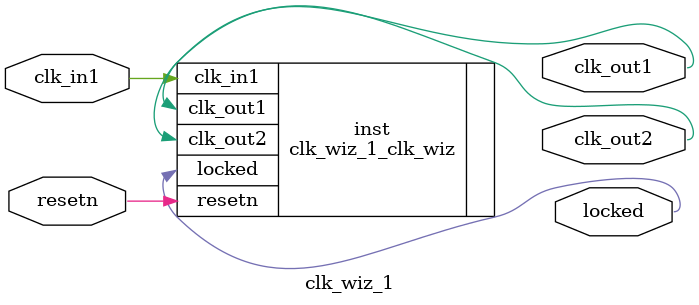
<source format=v>


`timescale 1ps/1ps

(* CORE_GENERATION_INFO = "clk_wiz_1,clk_wiz_v6_0_1_0_0,{component_name=clk_wiz_1,use_phase_alignment=true,use_min_o_jitter=false,use_max_i_jitter=false,use_dyn_phase_shift=false,use_inclk_switchover=false,use_dyn_reconfig=false,enable_axi=0,feedback_source=FDBK_AUTO,PRIMITIVE=MMCM,num_out_clk=2,clkin1_period=10.000,clkin2_period=10.000,use_power_down=false,use_reset=true,use_locked=true,use_inclk_stopped=false,feedback_type=SINGLE,CLOCK_MGR_TYPE=NA,manual_override=false}" *)

module clk_wiz_1 
 (
  // Clock out ports
  output        clk_out1,
  output        clk_out2,
  // Status and control signals
  input         resetn,
  output        locked,
 // Clock in ports
  input         clk_in1
 );

  clk_wiz_1_clk_wiz inst
  (
  // Clock out ports  
  .clk_out1(clk_out1),
  .clk_out2(clk_out2),
  // Status and control signals               
  .resetn(resetn), 
  .locked(locked),
 // Clock in ports
  .clk_in1(clk_in1)
  );

endmodule

</source>
